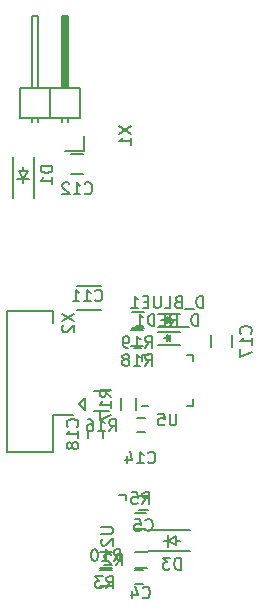
<source format=gbr>
G04 #@! TF.FileFunction,Legend,Bot*
%FSLAX46Y46*%
G04 Gerber Fmt 4.6, Leading zero omitted, Abs format (unit mm)*
G04 Created by KiCad (PCBNEW 4.0.2-stable) date 26.05.2016 15:15:09*
%MOMM*%
G01*
G04 APERTURE LIST*
%ADD10C,0.100000*%
%ADD11C,0.150000*%
G04 APERTURE END LIST*
D10*
D11*
X136009000Y-91781000D02*
X135009000Y-91781000D01*
X135009000Y-93131000D02*
X136009000Y-93131000D01*
X137965000Y-94453000D02*
X138665000Y-94453000D01*
X138665000Y-93253000D02*
X137965000Y-93253000D01*
X138334000Y-88230000D02*
X139034000Y-88230000D01*
X139034000Y-87030000D02*
X138334000Y-87030000D01*
X133580000Y-59778000D02*
X132580000Y-59778000D01*
X132580000Y-58078000D02*
X133580000Y-58078000D01*
X138092000Y-81626000D02*
X138792000Y-81626000D01*
X138792000Y-80426000D02*
X138092000Y-80426000D01*
X146138000Y-73414000D02*
X146138000Y-74414000D01*
X144438000Y-74414000D02*
X144438000Y-73414000D01*
X128524000Y-59515500D02*
X128524000Y-59134500D01*
X128524000Y-60531500D02*
X128524000Y-60150500D01*
X128524000Y-60150500D02*
X128905000Y-59515500D01*
X128905000Y-59515500D02*
X128143000Y-59515500D01*
X128143000Y-59515500D02*
X128524000Y-60150500D01*
X129032000Y-60150500D02*
X128016000Y-60150500D01*
X127624000Y-61833000D02*
X127624000Y-58293000D01*
X129424000Y-61833000D02*
X129424000Y-58293000D01*
X138942000Y-91781000D02*
X137942000Y-91781000D01*
X137942000Y-93131000D02*
X138942000Y-93131000D01*
X137930000Y-89829000D02*
X138930000Y-89829000D01*
X138930000Y-88479000D02*
X137930000Y-88479000D01*
X135021000Y-94655000D02*
X136021000Y-94655000D01*
X136021000Y-93305000D02*
X135021000Y-93305000D01*
X135728000Y-78119000D02*
X134528000Y-78119000D01*
X134528000Y-79869000D02*
X135728000Y-79869000D01*
X138089000Y-79760000D02*
X138089000Y-78760000D01*
X136739000Y-78760000D02*
X136739000Y-79760000D01*
X138664000Y-72985000D02*
X137664000Y-72985000D01*
X137664000Y-74335000D02*
X138664000Y-74335000D01*
X138688000Y-71461000D02*
X137688000Y-71461000D01*
X137688000Y-72811000D02*
X138688000Y-72811000D01*
X136603740Y-86949280D02*
X137213340Y-86949280D01*
X137213340Y-86949280D02*
X137223500Y-87381080D01*
X142866000Y-79366000D02*
X142866000Y-78841000D01*
X138566000Y-75066000D02*
X138566000Y-75591000D01*
X142866000Y-75066000D02*
X142866000Y-75591000D01*
X138566000Y-79366000D02*
X139091000Y-79366000D01*
X138566000Y-75066000D02*
X139091000Y-75066000D01*
X142866000Y-75066000D02*
X142341000Y-75066000D01*
X142866000Y-79366000D02*
X142341000Y-79366000D01*
X133630000Y-57815000D02*
X132080000Y-57815000D01*
X133630000Y-56515000D02*
X133630000Y-57815000D01*
X132207000Y-52324000D02*
X132207000Y-46482000D01*
X132207000Y-46482000D02*
X131953000Y-46482000D01*
X131953000Y-46482000D02*
X131953000Y-52324000D01*
X131953000Y-52324000D02*
X132080000Y-52324000D01*
X132080000Y-52324000D02*
X132080000Y-46482000D01*
X132334000Y-54991000D02*
X132334000Y-55372000D01*
X131826000Y-54991000D02*
X131826000Y-55372000D01*
X129794000Y-54991000D02*
X129794000Y-55372000D01*
X129286000Y-54991000D02*
X129286000Y-55372000D01*
X133350000Y-54991000D02*
X133350000Y-52451000D01*
X130810000Y-54991000D02*
X130810000Y-52451000D01*
X130810000Y-54991000D02*
X128270000Y-54991000D01*
X128270000Y-54991000D02*
X128270000Y-52451000D01*
X129794000Y-52451000D02*
X129794000Y-46355000D01*
X129794000Y-46355000D02*
X129286000Y-46355000D01*
X129286000Y-46355000D02*
X129286000Y-52451000D01*
X128270000Y-52451000D02*
X130810000Y-52451000D01*
X130810000Y-52451000D02*
X133350000Y-52451000D01*
X131826000Y-46355000D02*
X131826000Y-52451000D01*
X132334000Y-46355000D02*
X131826000Y-46355000D01*
X132334000Y-52451000D02*
X132334000Y-46355000D01*
X130810000Y-54991000D02*
X130810000Y-52451000D01*
X133350000Y-54991000D02*
X130810000Y-54991000D01*
X132732000Y-80138000D02*
X131032000Y-80138000D01*
X131032000Y-80138000D02*
X131032000Y-83338000D01*
X131032000Y-83338000D02*
X127132000Y-83338000D01*
X127132000Y-83338000D02*
X127132000Y-71388000D01*
X127132000Y-71388000D02*
X131032000Y-71388000D01*
X131032000Y-71388000D02*
X131032000Y-72388000D01*
X133232000Y-79238000D02*
X133732000Y-79738000D01*
X133732000Y-79738000D02*
X133732000Y-78738000D01*
X133732000Y-78738000D02*
X133232000Y-79238000D01*
X141803300Y-72686000D02*
X139903300Y-72686000D01*
X141803300Y-71586000D02*
X139903300Y-71586000D01*
X140903300Y-72136000D02*
X140453300Y-72136000D01*
X140953300Y-71886000D02*
X140953300Y-72386000D01*
X140953300Y-72136000D02*
X140703300Y-71886000D01*
X140703300Y-71886000D02*
X140703300Y-72386000D01*
X140703300Y-72386000D02*
X140953300Y-72136000D01*
X141803300Y-74210000D02*
X139903300Y-74210000D01*
X141803300Y-73110000D02*
X139903300Y-73110000D01*
X140903300Y-73660000D02*
X140453300Y-73660000D01*
X140953300Y-73410000D02*
X140953300Y-73910000D01*
X140953300Y-73660000D02*
X140703300Y-73410000D01*
X140703300Y-73410000D02*
X140703300Y-73910000D01*
X140703300Y-73910000D02*
X140953300Y-73660000D01*
X135088000Y-71256000D02*
X133088000Y-71256000D01*
X133088000Y-69206000D02*
X135088000Y-69206000D01*
X134020000Y-81438000D02*
X134020000Y-82138000D01*
X135220000Y-82138000D02*
X135220000Y-81438000D01*
X141414500Y-90805000D02*
X141795500Y-90805000D01*
X140398500Y-90805000D02*
X140779500Y-90805000D01*
X140779500Y-90805000D02*
X141414500Y-91186000D01*
X141414500Y-91186000D02*
X141414500Y-90424000D01*
X141414500Y-90424000D02*
X140779500Y-90805000D01*
X140779500Y-91313000D02*
X140779500Y-90297000D01*
X139097000Y-89905000D02*
X142637000Y-89905000D01*
X139097000Y-91705000D02*
X142637000Y-91705000D01*
X135548666Y-94808381D02*
X135882000Y-94332190D01*
X136120095Y-94808381D02*
X136120095Y-93808381D01*
X135739142Y-93808381D01*
X135643904Y-93856000D01*
X135596285Y-93903619D01*
X135548666Y-93998857D01*
X135548666Y-94141714D01*
X135596285Y-94236952D01*
X135643904Y-94284571D01*
X135739142Y-94332190D01*
X136120095Y-94332190D01*
X135215333Y-93808381D02*
X134596285Y-93808381D01*
X134929619Y-94189333D01*
X134786761Y-94189333D01*
X134691523Y-94236952D01*
X134643904Y-94284571D01*
X134596285Y-94379810D01*
X134596285Y-94617905D01*
X134643904Y-94713143D01*
X134691523Y-94760762D01*
X134786761Y-94808381D01*
X135072476Y-94808381D01*
X135167714Y-94760762D01*
X135215333Y-94713143D01*
X138608666Y-95607143D02*
X138656285Y-95654762D01*
X138799142Y-95702381D01*
X138894380Y-95702381D01*
X139037238Y-95654762D01*
X139132476Y-95559524D01*
X139180095Y-95464286D01*
X139227714Y-95273810D01*
X139227714Y-95130952D01*
X139180095Y-94940476D01*
X139132476Y-94845238D01*
X139037238Y-94750000D01*
X138894380Y-94702381D01*
X138799142Y-94702381D01*
X138656285Y-94750000D01*
X138608666Y-94797619D01*
X137751523Y-95035714D02*
X137751523Y-95702381D01*
X137989619Y-94654762D02*
X138227714Y-95369048D01*
X137608666Y-95369048D01*
X138850666Y-89887143D02*
X138898285Y-89934762D01*
X139041142Y-89982381D01*
X139136380Y-89982381D01*
X139279238Y-89934762D01*
X139374476Y-89839524D01*
X139422095Y-89744286D01*
X139469714Y-89553810D01*
X139469714Y-89410952D01*
X139422095Y-89220476D01*
X139374476Y-89125238D01*
X139279238Y-89030000D01*
X139136380Y-88982381D01*
X139041142Y-88982381D01*
X138898285Y-89030000D01*
X138850666Y-89077619D01*
X137945904Y-88982381D02*
X138422095Y-88982381D01*
X138469714Y-89458571D01*
X138422095Y-89410952D01*
X138326857Y-89363333D01*
X138088761Y-89363333D01*
X137993523Y-89410952D01*
X137945904Y-89458571D01*
X137898285Y-89553810D01*
X137898285Y-89791905D01*
X137945904Y-89887143D01*
X137993523Y-89934762D01*
X138088761Y-89982381D01*
X138326857Y-89982381D01*
X138422095Y-89934762D01*
X138469714Y-89887143D01*
X133722857Y-61385143D02*
X133770476Y-61432762D01*
X133913333Y-61480381D01*
X134008571Y-61480381D01*
X134151429Y-61432762D01*
X134246667Y-61337524D01*
X134294286Y-61242286D01*
X134341905Y-61051810D01*
X134341905Y-60908952D01*
X134294286Y-60718476D01*
X134246667Y-60623238D01*
X134151429Y-60528000D01*
X134008571Y-60480381D01*
X133913333Y-60480381D01*
X133770476Y-60528000D01*
X133722857Y-60575619D01*
X132770476Y-61480381D02*
X133341905Y-61480381D01*
X133056191Y-61480381D02*
X133056191Y-60480381D01*
X133151429Y-60623238D01*
X133246667Y-60718476D01*
X133341905Y-60766095D01*
X132389524Y-60575619D02*
X132341905Y-60528000D01*
X132246667Y-60480381D01*
X132008571Y-60480381D01*
X131913333Y-60528000D01*
X131865714Y-60575619D01*
X131818095Y-60670857D01*
X131818095Y-60766095D01*
X131865714Y-60908952D01*
X132437143Y-61480381D01*
X131818095Y-61480381D01*
X139072857Y-84177143D02*
X139120476Y-84224762D01*
X139263333Y-84272381D01*
X139358571Y-84272381D01*
X139501429Y-84224762D01*
X139596667Y-84129524D01*
X139644286Y-84034286D01*
X139691905Y-83843810D01*
X139691905Y-83700952D01*
X139644286Y-83510476D01*
X139596667Y-83415238D01*
X139501429Y-83320000D01*
X139358571Y-83272381D01*
X139263333Y-83272381D01*
X139120476Y-83320000D01*
X139072857Y-83367619D01*
X138120476Y-84272381D02*
X138691905Y-84272381D01*
X138406191Y-84272381D02*
X138406191Y-83272381D01*
X138501429Y-83415238D01*
X138596667Y-83510476D01*
X138691905Y-83558095D01*
X137263333Y-83605714D02*
X137263333Y-84272381D01*
X137501429Y-83224762D02*
X137739524Y-83939048D01*
X137120476Y-83939048D01*
X147745143Y-73271143D02*
X147792762Y-73223524D01*
X147840381Y-73080667D01*
X147840381Y-72985429D01*
X147792762Y-72842571D01*
X147697524Y-72747333D01*
X147602286Y-72699714D01*
X147411810Y-72652095D01*
X147268952Y-72652095D01*
X147078476Y-72699714D01*
X146983238Y-72747333D01*
X146888000Y-72842571D01*
X146840381Y-72985429D01*
X146840381Y-73080667D01*
X146888000Y-73223524D01*
X146935619Y-73271143D01*
X147840381Y-74223524D02*
X147840381Y-73652095D01*
X147840381Y-73937809D02*
X146840381Y-73937809D01*
X146983238Y-73842571D01*
X147078476Y-73747333D01*
X147126095Y-73652095D01*
X146840381Y-74556857D02*
X146840381Y-75223524D01*
X147840381Y-74794952D01*
X130976381Y-59094905D02*
X129976381Y-59094905D01*
X129976381Y-59333000D01*
X130024000Y-59475858D01*
X130119238Y-59571096D01*
X130214476Y-59618715D01*
X130404952Y-59666334D01*
X130547810Y-59666334D01*
X130738286Y-59618715D01*
X130833524Y-59571096D01*
X130928762Y-59475858D01*
X130976381Y-59333000D01*
X130976381Y-59094905D01*
X130976381Y-60618715D02*
X130976381Y-60047286D01*
X130976381Y-60333000D02*
X129976381Y-60333000D01*
X130119238Y-60237762D01*
X130214476Y-60142524D01*
X130262095Y-60047286D01*
X136334666Y-92908381D02*
X136668000Y-92432190D01*
X136906095Y-92908381D02*
X136906095Y-91908381D01*
X136525142Y-91908381D01*
X136429904Y-91956000D01*
X136382285Y-92003619D01*
X136334666Y-92098857D01*
X136334666Y-92241714D01*
X136382285Y-92336952D01*
X136429904Y-92384571D01*
X136525142Y-92432190D01*
X136906095Y-92432190D01*
X135953714Y-92003619D02*
X135906095Y-91956000D01*
X135810857Y-91908381D01*
X135572761Y-91908381D01*
X135477523Y-91956000D01*
X135429904Y-92003619D01*
X135382285Y-92098857D01*
X135382285Y-92194095D01*
X135429904Y-92336952D01*
X136001333Y-92908381D01*
X135382285Y-92908381D01*
X138596666Y-87706381D02*
X138930000Y-87230190D01*
X139168095Y-87706381D02*
X139168095Y-86706381D01*
X138787142Y-86706381D01*
X138691904Y-86754000D01*
X138644285Y-86801619D01*
X138596666Y-86896857D01*
X138596666Y-87039714D01*
X138644285Y-87134952D01*
X138691904Y-87182571D01*
X138787142Y-87230190D01*
X139168095Y-87230190D01*
X137691904Y-86706381D02*
X138168095Y-86706381D01*
X138215714Y-87182571D01*
X138168095Y-87134952D01*
X138072857Y-87087333D01*
X137834761Y-87087333D01*
X137739523Y-87134952D01*
X137691904Y-87182571D01*
X137644285Y-87277810D01*
X137644285Y-87515905D01*
X137691904Y-87611143D01*
X137739523Y-87658762D01*
X137834761Y-87706381D01*
X138072857Y-87706381D01*
X138168095Y-87658762D01*
X138215714Y-87611143D01*
X136163857Y-92532381D02*
X136497191Y-92056190D01*
X136735286Y-92532381D02*
X136735286Y-91532381D01*
X136354333Y-91532381D01*
X136259095Y-91580000D01*
X136211476Y-91627619D01*
X136163857Y-91722857D01*
X136163857Y-91865714D01*
X136211476Y-91960952D01*
X136259095Y-92008571D01*
X136354333Y-92056190D01*
X136735286Y-92056190D01*
X135211476Y-92532381D02*
X135782905Y-92532381D01*
X135497191Y-92532381D02*
X135497191Y-91532381D01*
X135592429Y-91675238D01*
X135687667Y-91770476D01*
X135782905Y-91818095D01*
X134592429Y-91532381D02*
X134497190Y-91532381D01*
X134401952Y-91580000D01*
X134354333Y-91627619D01*
X134306714Y-91722857D01*
X134259095Y-91913333D01*
X134259095Y-92151429D01*
X134306714Y-92341905D01*
X134354333Y-92437143D01*
X134401952Y-92484762D01*
X134497190Y-92532381D01*
X134592429Y-92532381D01*
X134687667Y-92484762D01*
X134735286Y-92437143D01*
X134782905Y-92341905D01*
X134830524Y-92151429D01*
X134830524Y-91913333D01*
X134782905Y-91722857D01*
X134735286Y-91627619D01*
X134687667Y-91580000D01*
X134592429Y-91532381D01*
X135770857Y-81546381D02*
X136104191Y-81070190D01*
X136342286Y-81546381D02*
X136342286Y-80546381D01*
X135961333Y-80546381D01*
X135866095Y-80594000D01*
X135818476Y-80641619D01*
X135770857Y-80736857D01*
X135770857Y-80879714D01*
X135818476Y-80974952D01*
X135866095Y-81022571D01*
X135961333Y-81070190D01*
X136342286Y-81070190D01*
X134818476Y-81546381D02*
X135389905Y-81546381D01*
X135104191Y-81546381D02*
X135104191Y-80546381D01*
X135199429Y-80689238D01*
X135294667Y-80784476D01*
X135389905Y-80832095D01*
X133961333Y-80546381D02*
X134151810Y-80546381D01*
X134247048Y-80594000D01*
X134294667Y-80641619D01*
X134389905Y-80784476D01*
X134437524Y-80974952D01*
X134437524Y-81355905D01*
X134389905Y-81451143D01*
X134342286Y-81498762D01*
X134247048Y-81546381D01*
X134056571Y-81546381D01*
X133961333Y-81498762D01*
X133913714Y-81451143D01*
X133866095Y-81355905D01*
X133866095Y-81117810D01*
X133913714Y-81022571D01*
X133961333Y-80974952D01*
X134056571Y-80927333D01*
X134247048Y-80927333D01*
X134342286Y-80974952D01*
X134389905Y-81022571D01*
X134437524Y-81117810D01*
X135966381Y-78617143D02*
X135490190Y-78283809D01*
X135966381Y-78045714D02*
X134966381Y-78045714D01*
X134966381Y-78426667D01*
X135014000Y-78521905D01*
X135061619Y-78569524D01*
X135156857Y-78617143D01*
X135299714Y-78617143D01*
X135394952Y-78569524D01*
X135442571Y-78521905D01*
X135490190Y-78426667D01*
X135490190Y-78045714D01*
X135966381Y-79569524D02*
X135966381Y-78998095D01*
X135966381Y-79283809D02*
X134966381Y-79283809D01*
X135109238Y-79188571D01*
X135204476Y-79093333D01*
X135252095Y-78998095D01*
X134966381Y-79902857D02*
X134966381Y-80569524D01*
X135966381Y-80140952D01*
X138806857Y-76012381D02*
X139140191Y-75536190D01*
X139378286Y-76012381D02*
X139378286Y-75012381D01*
X138997333Y-75012381D01*
X138902095Y-75060000D01*
X138854476Y-75107619D01*
X138806857Y-75202857D01*
X138806857Y-75345714D01*
X138854476Y-75440952D01*
X138902095Y-75488571D01*
X138997333Y-75536190D01*
X139378286Y-75536190D01*
X137854476Y-76012381D02*
X138425905Y-76012381D01*
X138140191Y-76012381D02*
X138140191Y-75012381D01*
X138235429Y-75155238D01*
X138330667Y-75250476D01*
X138425905Y-75298095D01*
X137283048Y-75440952D02*
X137378286Y-75393333D01*
X137425905Y-75345714D01*
X137473524Y-75250476D01*
X137473524Y-75202857D01*
X137425905Y-75107619D01*
X137378286Y-75060000D01*
X137283048Y-75012381D01*
X137092571Y-75012381D01*
X136997333Y-75060000D01*
X136949714Y-75107619D01*
X136902095Y-75202857D01*
X136902095Y-75250476D01*
X136949714Y-75345714D01*
X136997333Y-75393333D01*
X137092571Y-75440952D01*
X137283048Y-75440952D01*
X137378286Y-75488571D01*
X137425905Y-75536190D01*
X137473524Y-75631429D01*
X137473524Y-75821905D01*
X137425905Y-75917143D01*
X137378286Y-75964762D01*
X137283048Y-76012381D01*
X137092571Y-76012381D01*
X136997333Y-75964762D01*
X136949714Y-75917143D01*
X136902095Y-75821905D01*
X136902095Y-75631429D01*
X136949714Y-75536190D01*
X136997333Y-75488571D01*
X137092571Y-75440952D01*
X138830857Y-74488381D02*
X139164191Y-74012190D01*
X139402286Y-74488381D02*
X139402286Y-73488381D01*
X139021333Y-73488381D01*
X138926095Y-73536000D01*
X138878476Y-73583619D01*
X138830857Y-73678857D01*
X138830857Y-73821714D01*
X138878476Y-73916952D01*
X138926095Y-73964571D01*
X139021333Y-74012190D01*
X139402286Y-74012190D01*
X137878476Y-74488381D02*
X138449905Y-74488381D01*
X138164191Y-74488381D02*
X138164191Y-73488381D01*
X138259429Y-73631238D01*
X138354667Y-73726476D01*
X138449905Y-73774095D01*
X137402286Y-74488381D02*
X137211810Y-74488381D01*
X137116571Y-74440762D01*
X137068952Y-74393143D01*
X136973714Y-74250286D01*
X136926095Y-74059810D01*
X136926095Y-73678857D01*
X136973714Y-73583619D01*
X137021333Y-73536000D01*
X137116571Y-73488381D01*
X137307048Y-73488381D01*
X137402286Y-73536000D01*
X137449905Y-73583619D01*
X137497524Y-73678857D01*
X137497524Y-73916952D01*
X137449905Y-74012190D01*
X137402286Y-74059810D01*
X137307048Y-74107429D01*
X137116571Y-74107429D01*
X137021333Y-74059810D01*
X136973714Y-74012190D01*
X136926095Y-73916952D01*
X135088381Y-89662095D02*
X135897905Y-89662095D01*
X135993143Y-89709714D01*
X136040762Y-89757333D01*
X136088381Y-89852571D01*
X136088381Y-90043048D01*
X136040762Y-90138286D01*
X135993143Y-90185905D01*
X135897905Y-90233524D01*
X135088381Y-90233524D01*
X135183619Y-90662095D02*
X135136000Y-90709714D01*
X135088381Y-90804952D01*
X135088381Y-91043048D01*
X135136000Y-91138286D01*
X135183619Y-91185905D01*
X135278857Y-91233524D01*
X135374095Y-91233524D01*
X135516952Y-91185905D01*
X136088381Y-90614476D01*
X136088381Y-91233524D01*
X141477905Y-80043381D02*
X141477905Y-80852905D01*
X141430286Y-80948143D01*
X141382667Y-80995762D01*
X141287429Y-81043381D01*
X141096952Y-81043381D01*
X141001714Y-80995762D01*
X140954095Y-80948143D01*
X140906476Y-80852905D01*
X140906476Y-80043381D01*
X139954095Y-80043381D02*
X140430286Y-80043381D01*
X140477905Y-80519571D01*
X140430286Y-80471952D01*
X140335048Y-80424333D01*
X140096952Y-80424333D01*
X140001714Y-80471952D01*
X139954095Y-80519571D01*
X139906476Y-80614810D01*
X139906476Y-80852905D01*
X139954095Y-80948143D01*
X140001714Y-80995762D01*
X140096952Y-81043381D01*
X140335048Y-81043381D01*
X140430286Y-80995762D01*
X140477905Y-80948143D01*
X136632381Y-55705476D02*
X137632381Y-56372143D01*
X136632381Y-56372143D02*
X137632381Y-55705476D01*
X137632381Y-57276905D02*
X137632381Y-56705476D01*
X137632381Y-56991190D02*
X136632381Y-56991190D01*
X136775238Y-56895952D01*
X136870476Y-56800714D01*
X136918095Y-56705476D01*
X131784381Y-71578476D02*
X132784381Y-72245143D01*
X131784381Y-72245143D02*
X132784381Y-71578476D01*
X131879619Y-72578476D02*
X131832000Y-72626095D01*
X131784381Y-72721333D01*
X131784381Y-72959429D01*
X131832000Y-73054667D01*
X131879619Y-73102286D01*
X131974857Y-73149905D01*
X132070095Y-73149905D01*
X132212952Y-73102286D01*
X132784381Y-72530857D01*
X132784381Y-73149905D01*
X143703300Y-71088381D02*
X143703300Y-70088381D01*
X143465205Y-70088381D01*
X143322347Y-70136000D01*
X143227109Y-70231238D01*
X143179490Y-70326476D01*
X143131871Y-70516952D01*
X143131871Y-70659810D01*
X143179490Y-70850286D01*
X143227109Y-70945524D01*
X143322347Y-71040762D01*
X143465205Y-71088381D01*
X143703300Y-71088381D01*
X142941395Y-71183619D02*
X142179490Y-71183619D01*
X141608061Y-70564571D02*
X141465204Y-70612190D01*
X141417585Y-70659810D01*
X141369966Y-70755048D01*
X141369966Y-70897905D01*
X141417585Y-70993143D01*
X141465204Y-71040762D01*
X141560442Y-71088381D01*
X141941395Y-71088381D01*
X141941395Y-70088381D01*
X141608061Y-70088381D01*
X141512823Y-70136000D01*
X141465204Y-70183619D01*
X141417585Y-70278857D01*
X141417585Y-70374095D01*
X141465204Y-70469333D01*
X141512823Y-70516952D01*
X141608061Y-70564571D01*
X141941395Y-70564571D01*
X140465204Y-71088381D02*
X140941395Y-71088381D01*
X140941395Y-70088381D01*
X140131871Y-70088381D02*
X140131871Y-70897905D01*
X140084252Y-70993143D01*
X140036633Y-71040762D01*
X139941395Y-71088381D01*
X139750918Y-71088381D01*
X139655680Y-71040762D01*
X139608061Y-70993143D01*
X139560442Y-70897905D01*
X139560442Y-70088381D01*
X139084252Y-70564571D02*
X138750918Y-70564571D01*
X138608061Y-71088381D02*
X139084252Y-71088381D01*
X139084252Y-70088381D01*
X138608061Y-70088381D01*
X137655680Y-71088381D02*
X138227109Y-71088381D01*
X137941395Y-71088381D02*
X137941395Y-70088381D01*
X138036633Y-70231238D01*
X138131871Y-70326476D01*
X138227109Y-70374095D01*
X143274729Y-72612381D02*
X143274729Y-71612381D01*
X143036634Y-71612381D01*
X142893776Y-71660000D01*
X142798538Y-71755238D01*
X142750919Y-71850476D01*
X142703300Y-72040952D01*
X142703300Y-72183810D01*
X142750919Y-72374286D01*
X142798538Y-72469524D01*
X142893776Y-72564762D01*
X143036634Y-72612381D01*
X143274729Y-72612381D01*
X142512824Y-72707619D02*
X141750919Y-72707619D01*
X140941395Y-72612381D02*
X141274729Y-72136190D01*
X141512824Y-72612381D02*
X141512824Y-71612381D01*
X141131871Y-71612381D01*
X141036633Y-71660000D01*
X140989014Y-71707619D01*
X140941395Y-71802857D01*
X140941395Y-71945714D01*
X140989014Y-72040952D01*
X141036633Y-72088571D01*
X141131871Y-72136190D01*
X141512824Y-72136190D01*
X140512824Y-72088571D02*
X140179490Y-72088571D01*
X140036633Y-72612381D02*
X140512824Y-72612381D01*
X140512824Y-71612381D01*
X140036633Y-71612381D01*
X139608062Y-72612381D02*
X139608062Y-71612381D01*
X139369967Y-71612381D01*
X139227109Y-71660000D01*
X139131871Y-71755238D01*
X139084252Y-71850476D01*
X139036633Y-72040952D01*
X139036633Y-72183810D01*
X139084252Y-72374286D01*
X139131871Y-72469524D01*
X139227109Y-72564762D01*
X139369967Y-72612381D01*
X139608062Y-72612381D01*
X138084252Y-72612381D02*
X138655681Y-72612381D01*
X138369967Y-72612381D02*
X138369967Y-71612381D01*
X138465205Y-71755238D01*
X138560443Y-71850476D01*
X138655681Y-71898095D01*
X134579857Y-70461143D02*
X134627476Y-70508762D01*
X134770333Y-70556381D01*
X134865571Y-70556381D01*
X135008429Y-70508762D01*
X135103667Y-70413524D01*
X135151286Y-70318286D01*
X135198905Y-70127810D01*
X135198905Y-69984952D01*
X135151286Y-69794476D01*
X135103667Y-69699238D01*
X135008429Y-69604000D01*
X134865571Y-69556381D01*
X134770333Y-69556381D01*
X134627476Y-69604000D01*
X134579857Y-69651619D01*
X133627476Y-70556381D02*
X134198905Y-70556381D01*
X133913191Y-70556381D02*
X133913191Y-69556381D01*
X134008429Y-69699238D01*
X134103667Y-69794476D01*
X134198905Y-69842095D01*
X132675095Y-70556381D02*
X133246524Y-70556381D01*
X132960810Y-70556381D02*
X132960810Y-69556381D01*
X133056048Y-69699238D01*
X133151286Y-69794476D01*
X133246524Y-69842095D01*
X133077143Y-81145143D02*
X133124762Y-81097524D01*
X133172381Y-80954667D01*
X133172381Y-80859429D01*
X133124762Y-80716571D01*
X133029524Y-80621333D01*
X132934286Y-80573714D01*
X132743810Y-80526095D01*
X132600952Y-80526095D01*
X132410476Y-80573714D01*
X132315238Y-80621333D01*
X132220000Y-80716571D01*
X132172381Y-80859429D01*
X132172381Y-80954667D01*
X132220000Y-81097524D01*
X132267619Y-81145143D01*
X133172381Y-82097524D02*
X133172381Y-81526095D01*
X133172381Y-81811809D02*
X132172381Y-81811809D01*
X132315238Y-81716571D01*
X132410476Y-81621333D01*
X132458095Y-81526095D01*
X132600952Y-82668952D02*
X132553333Y-82573714D01*
X132505714Y-82526095D01*
X132410476Y-82478476D01*
X132362857Y-82478476D01*
X132267619Y-82526095D01*
X132220000Y-82573714D01*
X132172381Y-82668952D01*
X132172381Y-82859429D01*
X132220000Y-82954667D01*
X132267619Y-83002286D01*
X132362857Y-83049905D01*
X132410476Y-83049905D01*
X132505714Y-83002286D01*
X132553333Y-82954667D01*
X132600952Y-82859429D01*
X132600952Y-82668952D01*
X132648571Y-82573714D01*
X132696190Y-82526095D01*
X132791429Y-82478476D01*
X132981905Y-82478476D01*
X133077143Y-82526095D01*
X133124762Y-82573714D01*
X133172381Y-82668952D01*
X133172381Y-82859429D01*
X133124762Y-82954667D01*
X133077143Y-83002286D01*
X132981905Y-83049905D01*
X132791429Y-83049905D01*
X132696190Y-83002286D01*
X132648571Y-82954667D01*
X132600952Y-82859429D01*
X141835095Y-93257381D02*
X141835095Y-92257381D01*
X141597000Y-92257381D01*
X141454142Y-92305000D01*
X141358904Y-92400238D01*
X141311285Y-92495476D01*
X141263666Y-92685952D01*
X141263666Y-92828810D01*
X141311285Y-93019286D01*
X141358904Y-93114524D01*
X141454142Y-93209762D01*
X141597000Y-93257381D01*
X141835095Y-93257381D01*
X140930333Y-92257381D02*
X140311285Y-92257381D01*
X140644619Y-92638333D01*
X140501761Y-92638333D01*
X140406523Y-92685952D01*
X140358904Y-92733571D01*
X140311285Y-92828810D01*
X140311285Y-93066905D01*
X140358904Y-93162143D01*
X140406523Y-93209762D01*
X140501761Y-93257381D01*
X140787476Y-93257381D01*
X140882714Y-93209762D01*
X140930333Y-93162143D01*
M02*

</source>
